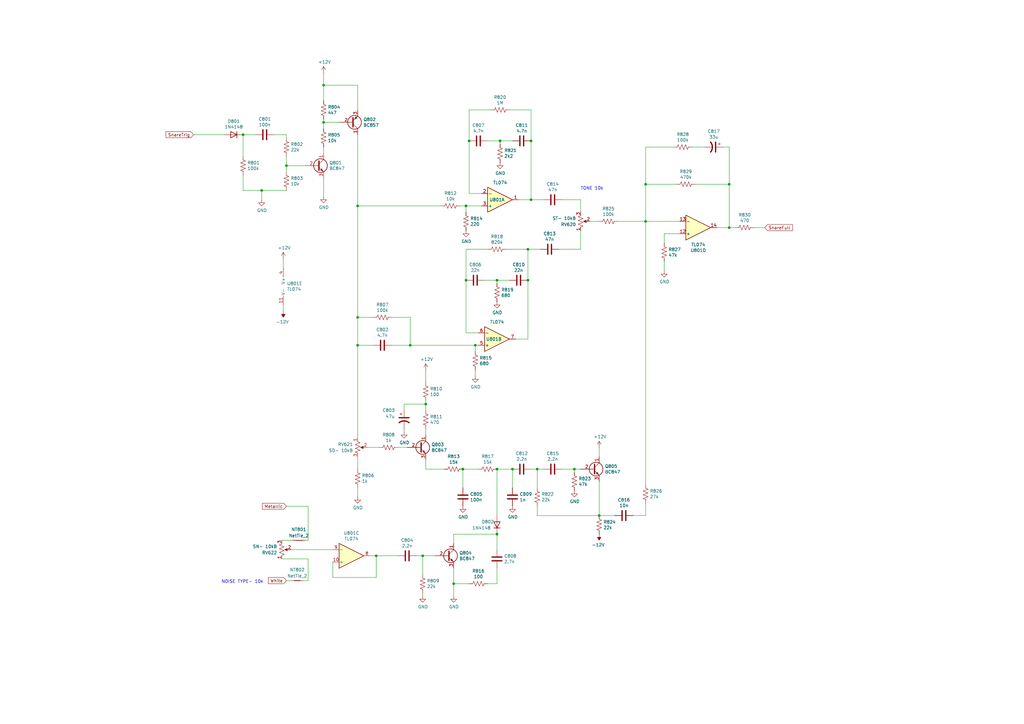
<source format=kicad_sch>
(kicad_sch (version 20230121) (generator eeschema)
  (paper "A3")
  (title_block (rev "1"))
  (lib_symbols
    (symbol "Amplifier_Operational:TL074" (pin_names (offset 0.127))
      (property "Reference" "U" (at 0 5.08 0))
      (property "Value" "TL074" (at 0 -5.08 0))
      (symbol "TL074_1_1"
        (polyline (pts (xy -5.08 5.08) (xy 5.08 0) (xy -5.08 -5.08) (xy -5.08 5.08)) (stroke (width 0.254)) (fill (type background)))
        (pin output line (at 7.62 0 180) (length 2.54) (name "~") (number "1"))
        (pin input line (at -7.62 -2.54 0) (length 2.54) (name "-") (number "2"))
        (pin input line (at -7.62 2.54 0) (length 2.54) (name "+") (number "3"))
      )
      (symbol "TL074_2_1"
        (polyline (pts (xy -5.08 5.08) (xy 5.08 0) (xy -5.08 -5.08) (xy -5.08 5.08)) (stroke (width 0.254)) (fill (type background)))
        (pin input line (at -7.62 2.54 0) (length 2.54) (name "+") (number "5"))
        (pin input line (at -7.62 -2.54 0) (length 2.54) (name "-") (number "6"))
        (pin output line (at 7.62 0 180) (length 2.54) (name "~") (number "7"))
      )
      (symbol "TL074_3_1"
        (polyline (pts (xy -5.08 5.08) (xy 5.08 0) (xy -5.08 -5.08) (xy -5.08 5.08)) (stroke (width 0.254)) (fill (type background)))
        (pin input line (at -7.62 2.54 0) (length 2.54) (name "+") (number "10"))
        (pin output line (at 7.62 0 180) (length 2.54) (name "~") (number "8"))
        (pin input line (at -7.62 -2.54 0) (length 2.54) (name "-") (number "9"))
      )
      (symbol "TL074_4_1"
        (polyline (pts (xy -5.08 5.08) (xy 5.08 0) (xy -5.08 -5.08) (xy -5.08 5.08)) (stroke (width 0.254)) (fill (type background)))
        (pin input line (at -7.62 2.54 0) (length 2.54) (name "+") (number "12"))
        (pin input line (at -7.62 -2.54 0) (length 2.54) (name "-") (number "13"))
        (pin output line (at 7.62 0 180) (length 2.54) (name "~") (number "14"))
      )
      (symbol "TL074_5_1"
        (pin power_in line (at -2.54 -7.62 90) (length 3.81) (name "V-") (number "11"))
        (pin power_in line (at -2.54 7.62 270) (length 3.81) (name "V+") (number "4"))
      )
    )
    (symbol "Device:C" (pin_numbers hide) (pin_names (offset 0.254))
      (property "Reference" "C" (at 0.635 2.54 0))
      (property "Value" "C" (at 0.635 -2.54 0))
      (symbol "C_0_1"
        (polyline (pts (xy -2.032 -0.762) (xy 2.032 -0.762)) (stroke (width 0.508)))
        (polyline (pts (xy -2.032 0.762) (xy 2.032 0.762)) (stroke (width 0.508)))
      )
      (symbol "C_1_1"
        (pin passive line (at 0 3.81 270) (length 2.794) (name "~") (number "1"))
        (pin passive line (at 0 -3.81 90) (length 2.794) (name "~") (number "2"))
      )
    )
    (symbol "Device:C_Polarized_US" (pin_numbers hide) (pin_names (offset 0.254) hide)
      (property "Reference" "C" (at 0.635 2.54 0))
      (property "Value" "C_Polarized_US" (at 0.635 -2.54 0))
      (symbol "C_Polarized_US_0_1"
        (polyline (pts (xy -2.032 0.762) (xy 2.032 0.762)) (stroke (width 0.508)))
        (polyline (pts (xy -1.778 2.286) (xy -0.762 2.286)))
        (polyline (pts (xy -1.27 1.778) (xy -1.27 2.794)))
        (arc (start 2.032 -1.27) (mid 0 -0.5572) (end -2.032 -1.27) (stroke (width 0.508)))
      )
      (symbol "C_Polarized_US_1_1"
        (pin passive line (at 0 3.81 270) (length 2.794) (name "~") (number "1"))
        (pin passive line (at 0 -3.81 90) (length 3.302) (name "~") (number "2"))
      )
    )
    (symbol "Device:NetTie_2" (pin_numbers hide) (pin_names (offset 0) hide) (in_bom no)
      (property "Reference" "NT" (at 0 1.27 0))
      (property "Value" "NetTie_2" (at 0 -1.27 0))
      (symbol "NetTie_2_0_1"
        (polyline (pts (xy -1.27 0) (xy 1.27 0)) (stroke (width 0.254)))
      )
      (symbol "NetTie_2_1_1"
        (pin passive line (at -2.54 0 0) (length 2.54) (name "1") (number "1"))
        (pin passive line (at 2.54 0 180) (length 2.54) (name "2") (number "2"))
      )
    )
    (symbol "Device:R_Potentiometer_US" (pin_names (offset 1.016) hide)
      (property "Reference" "RV" (at -4.445 0 90))
      (property "Value" "R_Potentiometer_US" (at -2.54 0 90))
      (symbol "R_Potentiometer_US_0_1"
        (polyline (pts (xy 0 -2.286) (xy 0 -2.54)))
        (polyline (pts (xy 0 2.54) (xy 0 2.286)))
        (polyline (pts (xy 2.54 0) (xy 1.524 0)))
        (polyline (pts (xy 1.143 0) (xy 2.286 0.508) (xy 2.286 -0.508) (xy 1.143 0)) (fill (type outline)))
        (polyline (pts (xy 0 -0.762) (xy 1.016 -1.143) (xy 0 -1.524) (xy -1.016 -1.905) (xy 0 -2.286)))
        (polyline (pts (xy 0 0.762) (xy 1.016 0.381) (xy 0 0) (xy -1.016 -0.381) (xy 0 -0.762)))
        (polyline (pts (xy 0 2.286) (xy 1.016 1.905) (xy 0 1.524) (xy -1.016 1.143) (xy 0 0.762)))
      )
      (symbol "R_Potentiometer_US_1_1"
        (pin passive line (at 0 3.81 270) (length 1.27) (name "1") (number "1"))
        (pin passive line (at 3.81 0 180) (length 1.27) (name "2") (number "2"))
        (pin passive line (at 0 -3.81 90) (length 1.27) (name "3") (number "3"))
      )
    )
    (symbol "Device:R_US" (pin_numbers hide) (pin_names (offset 0))
      (property "Reference" "R" (at 2.54 0 90))
      (property "Value" "R_US" (at -2.54 0 90))
      (symbol "R_US_0_1"
        (polyline (pts (xy 0 -2.286) (xy 0 -2.54)))
        (polyline (pts (xy 0 2.286) (xy 0 2.54)))
        (polyline (pts (xy 0 -0.762) (xy 1.016 -1.143) (xy 0 -1.524) (xy -1.016 -1.905) (xy 0 -2.286)))
        (polyline (pts (xy 0 0.762) (xy 1.016 0.381) (xy 0 0) (xy -1.016 -0.381) (xy 0 -0.762)))
        (polyline (pts (xy 0 2.286) (xy 1.016 1.905) (xy 0 1.524) (xy -1.016 1.143) (xy 0 0.762)))
      )
      (symbol "R_US_1_1"
        (pin passive line (at 0 3.81 270) (length 1.27) (name "~") (number "1"))
        (pin passive line (at 0 -3.81 90) (length 1.27) (name "~") (number "2"))
      )
    )
    (symbol "Diode:1N4148" (pin_numbers hide) (pin_names hide)
      (property "Reference" "D" (at 0 2.54 0))
      (property "Value" "1N4148" (at 0 -2.54 0))
      (symbol "1N4148_0_1"
        (polyline (pts (xy -1.27 1.27) (xy -1.27 -1.27)) (stroke (width 0.254)))
        (polyline (pts (xy 1.27 0) (xy -1.27 0)))
        (polyline (pts (xy 1.27 1.27) (xy 1.27 -1.27) (xy -1.27 0) (xy 1.27 1.27)) (stroke (width 0.254)))
      )
      (symbol "1N4148_1_1"
        (pin passive line (at -3.81 0 0) (length 2.54) (name "K") (number "1"))
        (pin passive line (at 3.81 0 180) (length 2.54) (name "A") (number "2"))
      )
    )
    (symbol "Transistor_BJT:BC547" (pin_names (offset 0) hide)
      (property "Reference" "Q" (at 5.08 1.905 0))
      (property "Value" "BC547" (at 5.08 0 0))
      (symbol "BC547_0_1"
        (polyline (pts (xy 0 0) (xy 0.635 0)))
        (polyline (pts (xy 0.635 0.635) (xy 2.54 2.54)))
        (polyline (pts (xy 0.635 -0.635) (xy 2.54 -2.54) (xy 2.54 -2.54)))
        (polyline (pts (xy 0.635 1.905) (xy 0.635 -1.905) (xy 0.635 -1.905)) (stroke (width 0.508)))
        (polyline (pts (xy 1.27 -1.778) (xy 1.778 -1.27) (xy 2.286 -2.286) (xy 1.27 -1.778) (xy 1.27 -1.778)) (fill (type outline)))
        (circle (center 1.27 0) (radius 2.8194) (stroke (width 0.254)))
      )
      (symbol "BC547_1_1"
        (pin passive line (at 2.54 5.08 270) (length 2.54) (name "C") (number "1"))
        (pin input line (at -5.08 0 0) (length 5.08) (name "B") (number "2"))
        (pin passive line (at 2.54 -5.08 90) (length 2.54) (name "E") (number "3"))
      )
    )
    (symbol "Transistor_BJT:BC557" (pin_names (offset 0) hide)
      (property "Reference" "Q" (at 5.08 1.905 0))
      (property "Value" "BC557" (at 5.08 0 0))
      (symbol "BC557_0_1"
        (polyline (pts (xy 0.635 0.635) (xy 2.54 2.54)))
        (polyline (pts (xy 0.635 -0.635) (xy 2.54 -2.54) (xy 2.54 -2.54)))
        (polyline (pts (xy 0.635 1.905) (xy 0.635 -1.905) (xy 0.635 -1.905)) (stroke (width 0.508)))
        (polyline (pts (xy 2.286 -1.778) (xy 1.778 -2.286) (xy 1.27 -1.27) (xy 2.286 -1.778) (xy 2.286 -1.778)) (fill (type outline)))
        (circle (center 1.27 0) (radius 2.8194) (stroke (width 0.254)))
      )
      (symbol "BC557_1_1"
        (pin passive line (at 2.54 5.08 270) (length 2.54) (name "C") (number "1"))
        (pin input line (at -5.08 0 0) (length 5.715) (name "B") (number "2"))
        (pin passive line (at 2.54 -5.08 90) (length 2.54) (name "E") (number "3"))
      )
    )
    (symbol "power:+12V" (power) (pin_names (offset 0))
      (property "Value" "+12V" (at 0 3.556 0))
      (symbol "+12V_0_1"
        (polyline (pts (xy -0.762 1.27) (xy 0 2.54)))
        (polyline (pts (xy 0 0) (xy 0 2.54)))
        (polyline (pts (xy 0 2.54) (xy 0.762 1.27)))
      )
      (symbol "+12V_1_1"
        (pin power_in line (at 0 0 90) (length 0) hide (name "+12V") (number "1"))
      )
    )
    (symbol "power:-12V" (power) (pin_names (offset 0))
      (property "Value" "-12V" (at 0 3.81 0))
      (symbol "-12V_0_0"
        (pin power_in line (at 0 0 90) (length 0) hide (name "-12V") (number "1"))
      )
      (symbol "-12V_0_1"
        (polyline (pts (xy 0 0) (xy 0 1.27) (xy 0.762 1.27) (xy 0 2.54) (xy -0.762 1.27) (xy 0 1.27)) (fill (type outline)))
      )
    )
    (symbol "power:GND" (power) (pin_names (offset 0))
      (property "Value" "GND" (at 0 -3.81 0))
      (symbol "GND_0_1"
        (polyline (pts (xy 0 0) (xy 0 -1.27) (xy 1.27 -1.27) (xy 0 -2.54) (xy -1.27 -1.27) (xy 0 -1.27)))
      )
      (symbol "GND_1_1"
        (pin power_in line (at 0 0 270) (length 0) hide (name "GND") (number "1"))
      )
    )
  )
  (junction (at 203.835 114.935))
  (junction (at 217.805 57.785))
  (junction (at 107.315 78.105))
  (junction (at 192.405 57.785))
  (junction (at 132.715 50.165))
  (junction (at 217.805 81.915))
  (junction (at 117.475 67.945))
  (junction (at 220.345 192.405))
  (junction (at 191.135 114.935))
  (junction (at 173.355 227.965))
  (junction (at 191.135 84.455))
  (junction (at 146.685 141.605))
  (junction (at 203.835 219.075))
  (junction (at 245.745 211.455))
  (junction (at 203.835 192.405))
  (junction (at 146.685 84.455))
  (junction (at 189.865 192.405))
  (junction (at 299.085 93.345))
  (junction (at 205.105 57.785))
  (junction (at 216.535 102.235))
  (junction (at 146.685 130.175))
  (junction (at 299.085 75.565))
  (junction (at 194.945 141.605))
  (junction (at 99.695 55.245))
  (junction (at 264.795 75.565))
  (junction (at 235.585 192.405))
  (junction (at 168.275 141.605))
  (junction (at 154.305 227.965))
  (junction (at 264.795 90.805))
  (junction (at 174.625 165.735))
  (junction (at 216.535 114.935))
  (junction (at 186.055 239.395))
  (junction (at 210.185 192.405))
  (junction (at 132.715 34.925))
  (wire (pts (xy 154.305 227.965) (xy 163.195 227.965)))
  (wire (pts (xy 191.135 86.995) (xy 191.135 84.455)))
  (wire (pts (xy 117.475 238.125) (xy 119.38 238.125)))
  (wire (pts (xy 125.095 221.615) (xy 126.365 221.615)))
  (wire (pts (xy 79.375 55.245) (xy 92.075 55.245)))
  (wire (pts (xy 174.625 178.435) (xy 174.625 175.895)))
  (wire (pts (xy 165.735 165.735) (xy 174.625 165.735)))
  (wire (pts (xy 264.795 198.755) (xy 264.795 90.805)))
  (wire (pts (xy 126.365 229.235) (xy 126.365 238.125)))
  (wire (pts (xy 117.475 207.645) (xy 126.365 207.645)))
  (wire (pts (xy 153.035 130.175) (xy 146.685 130.175)))
  (wire (pts (xy 136.525 236.855) (xy 154.305 236.855)))
  (wire (pts (xy 205.105 57.785) (xy 210.185 57.785)))
  (wire (pts (xy 150.495 183.515) (xy 155.575 183.515)))
  (wire (pts (xy 189.865 200.025) (xy 189.865 192.405)))
  (wire (pts (xy 146.685 203.835) (xy 146.685 200.025)))
  (wire (pts (xy 119.38 225.425) (xy 136.525 225.425)))
  (wire (pts (xy 191.135 84.455) (xy 197.485 84.455)))
  (wire (pts (xy 217.805 192.405) (xy 220.345 192.405)))
  (wire (pts (xy 165.735 168.275) (xy 165.735 165.735)))
  (wire (pts (xy 200.025 239.395) (xy 203.835 239.395)))
  (wire (pts (xy 200.025 57.785) (xy 205.105 57.785)))
  (wire (pts (xy 194.945 141.605) (xy 168.275 141.605)))
  (wire (pts (xy 132.715 80.645) (xy 132.715 73.025)))
  (wire (pts (xy 238.125 94.615) (xy 238.125 102.235)))
  (wire (pts (xy 245.745 211.455) (xy 245.745 197.485)))
  (wire (pts (xy 191.135 114.935) (xy 191.135 102.235)))
  (wire (pts (xy 115.57 221.615) (xy 120.015 221.615)))
  (wire (pts (xy 299.085 75.565) (xy 299.085 60.325)))
  (wire (pts (xy 212.725 81.915) (xy 217.805 81.915)))
  (wire (pts (xy 203.835 116.205) (xy 203.835 114.935)))
  (wire (pts (xy 132.715 29.845) (xy 132.715 34.925)))
  (wire (pts (xy 186.055 244.475) (xy 186.055 239.395)))
  (wire (pts (xy 173.355 244.475) (xy 173.355 243.205)))
  (wire (pts (xy 309.245 93.345) (xy 313.69 93.345)))
  (wire (pts (xy 207.645 102.235) (xy 216.535 102.235)))
  (wire (pts (xy 235.585 192.405) (xy 230.505 192.405)))
  (wire (pts (xy 220.345 207.645) (xy 220.345 211.455)))
  (wire (pts (xy 132.715 34.925) (xy 132.715 41.275)))
  (wire (pts (xy 294.005 93.345) (xy 299.085 93.345)))
  (wire (pts (xy 235.585 193.675) (xy 235.585 192.405)))
  (wire (pts (xy 272.415 95.885) (xy 278.765 95.885)))
  (wire (pts (xy 299.085 60.325) (xy 296.545 60.325)))
  (wire (pts (xy 116.205 127.635) (xy 116.205 125.095)))
  (wire (pts (xy 126.365 207.645) (xy 126.365 221.615)))
  (wire (pts (xy 272.415 111.125) (xy 272.415 107.315)))
  (wire (pts (xy 186.055 233.045) (xy 186.055 239.395)))
  (wire (pts (xy 191.135 102.235) (xy 200.025 102.235)))
  (wire (pts (xy 107.315 81.915) (xy 107.315 78.105)))
  (wire (pts (xy 277.495 75.565) (xy 264.795 75.565)))
  (wire (pts (xy 182.245 192.405) (xy 174.625 192.405)))
  (wire (pts (xy 107.315 78.105) (xy 99.695 78.105)))
  (wire (pts (xy 217.805 45.085) (xy 217.805 57.785)))
  (wire (pts (xy 205.105 59.055) (xy 205.105 57.785)))
  (wire (pts (xy 192.405 57.785) (xy 192.405 45.085)))
  (wire (pts (xy 115.57 229.235) (xy 126.365 229.235)))
  (wire (pts (xy 272.415 99.695) (xy 272.415 95.885)))
  (wire (pts (xy 238.125 81.915) (xy 238.125 86.995)))
  (wire (pts (xy 99.695 64.135) (xy 99.695 55.245)))
  (wire (pts (xy 112.395 55.245) (xy 117.475 55.245)))
  (wire (pts (xy 245.745 183.515) (xy 245.745 187.325)))
  (wire (pts (xy 216.535 102.235) (xy 216.535 114.935)))
  (wire (pts (xy 189.865 192.405) (xy 196.215 192.405)))
  (wire (pts (xy 264.795 211.455) (xy 264.795 206.375)))
  (wire (pts (xy 139.065 50.165) (xy 132.715 50.165)))
  (wire (pts (xy 264.795 60.325) (xy 276.225 60.325)))
  (wire (pts (xy 146.685 84.455) (xy 180.975 84.455)))
  (wire (pts (xy 165.735 177.165) (xy 165.735 175.895)))
  (wire (pts (xy 203.835 114.935) (xy 208.915 114.935)))
  (wire (pts (xy 210.185 200.025) (xy 210.185 192.405)))
  (wire (pts (xy 299.085 93.345) (xy 299.085 75.565)))
  (wire (pts (xy 126.365 238.125) (xy 124.46 238.125)))
  (wire (pts (xy 117.475 55.245) (xy 117.475 56.515)))
  (wire (pts (xy 208.915 45.085) (xy 217.805 45.085)))
  (wire (pts (xy 104.775 55.245) (xy 99.695 55.245)))
  (wire (pts (xy 186.055 219.075) (xy 203.835 219.075)))
  (wire (pts (xy 151.765 227.965) (xy 154.305 227.965)))
  (wire (pts (xy 220.345 192.405) (xy 222.885 192.405)))
  (wire (pts (xy 194.945 154.305) (xy 194.945 151.765)))
  (wire (pts (xy 241.935 90.805) (xy 245.745 90.805)))
  (wire (pts (xy 146.685 141.605) (xy 146.685 130.175)))
  (wire (pts (xy 146.685 55.245) (xy 146.685 84.455)))
  (wire (pts (xy 203.835 225.425) (xy 203.835 219.075)))
  (wire (pts (xy 192.405 79.375) (xy 197.485 79.375)))
  (wire (pts (xy 194.945 144.145) (xy 194.945 141.605)))
  (wire (pts (xy 174.625 192.405) (xy 174.625 188.595)))
  (wire (pts (xy 136.525 230.505) (xy 136.525 236.855)))
  (wire (pts (xy 163.195 183.515) (xy 167.005 183.515)))
  (wire (pts (xy 146.685 130.175) (xy 146.685 84.455)))
  (wire (pts (xy 230.505 81.915) (xy 238.125 81.915)))
  (wire (pts (xy 132.715 48.895) (xy 132.715 50.165)))
  (wire (pts (xy 168.275 141.605) (xy 160.655 141.605)))
  (wire (pts (xy 278.765 90.805) (xy 264.795 90.805)))
  (wire (pts (xy 191.135 136.525) (xy 196.215 136.525)))
  (wire (pts (xy 264.795 90.805) (xy 264.795 75.565)))
  (wire (pts (xy 153.035 141.605) (xy 146.685 141.605)))
  (wire (pts (xy 188.595 84.455) (xy 191.135 84.455)))
  (wire (pts (xy 146.685 45.085) (xy 146.685 34.925)))
  (wire (pts (xy 132.715 60.325) (xy 132.715 62.865)))
  (wire (pts (xy 173.355 227.965) (xy 178.435 227.965)))
  (wire (pts (xy 146.685 34.925) (xy 132.715 34.925)))
  (wire (pts (xy 174.625 165.735) (xy 174.625 168.275)))
  (wire (pts (xy 192.405 45.085) (xy 201.295 45.085)))
  (wire (pts (xy 203.835 192.405) (xy 210.185 192.405)))
  (wire (pts (xy 146.685 179.705) (xy 146.685 141.605)))
  (wire (pts (xy 154.305 236.855) (xy 154.305 227.965)))
  (wire (pts (xy 288.925 60.325) (xy 283.845 60.325)))
  (wire (pts (xy 117.475 78.105) (xy 107.315 78.105)))
  (wire (pts (xy 220.345 200.025) (xy 220.345 192.405)))
  (wire (pts (xy 116.205 106.045) (xy 116.205 109.855)))
  (wire (pts (xy 198.755 114.935) (xy 203.835 114.935)))
  (wire (pts (xy 117.475 70.485) (xy 117.475 67.945)))
  (wire (pts (xy 192.405 57.785) (xy 192.405 79.375)))
  (wire (pts (xy 252.095 211.455) (xy 245.745 211.455)))
  (wire (pts (xy 222.885 81.915) (xy 217.805 81.915)))
  (wire (pts (xy 285.115 75.565) (xy 299.085 75.565)))
  (wire (pts (xy 125.095 67.945) (xy 117.475 67.945)))
  (wire (pts (xy 170.815 227.965) (xy 173.355 227.965)))
  (wire (pts (xy 238.125 192.405) (xy 235.585 192.405)))
  (wire (pts (xy 174.625 151.765) (xy 174.625 156.845)))
  (wire (pts (xy 221.615 102.235) (xy 216.535 102.235)))
  (wire (pts (xy 229.235 102.235) (xy 238.125 102.235)))
  (wire (pts (xy 146.685 192.405) (xy 146.685 187.325)))
  (wire (pts (xy 299.085 93.345) (xy 301.625 93.345)))
  (wire (pts (xy 173.355 235.585) (xy 173.355 227.965)))
  (wire (pts (xy 217.805 81.915) (xy 217.805 57.785)))
  (wire (pts (xy 203.835 233.045) (xy 203.835 239.395)))
  (wire (pts (xy 174.625 164.465) (xy 174.625 165.735)))
  (wire (pts (xy 211.455 139.065) (xy 216.535 139.065)))
  (wire (pts (xy 160.655 130.175) (xy 168.275 130.175)))
  (wire (pts (xy 259.715 211.455) (xy 264.795 211.455)))
  (wire (pts (xy 191.135 114.935) (xy 191.135 136.525)))
  (wire (pts (xy 264.795 90.805) (xy 253.365 90.805)))
  (wire (pts (xy 99.695 78.105) (xy 99.695 71.755)))
  (wire (pts (xy 168.275 130.175) (xy 168.275 141.605)))
  (wire (pts (xy 216.535 139.065) (xy 216.535 114.935)))
  (wire (pts (xy 117.475 67.945) (xy 117.475 64.135)))
  (wire (pts (xy 220.345 211.455) (xy 245.745 211.455)))
  (wire (pts (xy 203.835 211.455) (xy 203.835 192.405)))
  (wire (pts (xy 264.795 75.565) (xy 264.795 60.325)))
  (wire (pts (xy 192.405 239.395) (xy 186.055 239.395)))
  (wire (pts (xy 196.215 141.605) (xy 194.945 141.605)))
  (wire (pts (xy 132.715 50.165) (xy 132.715 52.705)))
  (wire (pts (xy 186.055 222.885) (xy 186.055 219.075)))
  (text "NOISE TYPE- 10k" (at 90.805 239.395 0) (effects (font (size 1.27 1.27)) (justify left bottom)))
  (text "TONE 10k" (at 238.125 78.105 0) (effects (font (size 1.27 1.27)) (justify left bottom)))
  (global_label "SnareFull" (shape input) (at 313.69 93.345 0) (property "Intersheetrefs" "${INTERSHEET_REFS}" (effects hide)))
  (global_label "White" (shape input) (at 117.475 238.125 180) (property "Intersheetrefs" "${INTERSHEET_REFS}" (effects hide)))
  (global_label "SnareTrig" (shape input) (at 79.375 55.245 180) (property "Intersheetrefs" "${INTERSHEET_REFS}" (effects hide)))
  (global_label "Metallic" (shape input) (at 117.475 207.645 180) (property "Intersheetrefs" "${INTERSHEET_REFS}" (effects hide)))
  (symbol (lib_id "Device:R_US") (at 99.695 67.945 0) (unit 1)
    (property "Reference" "R801" (at 101.4222 66.7766 0) (effects (justify left)))
    (property "Value" "100k" (at 101.4222 69.088 0) (effects (justify left)))
    (property "Footprint" "PCM_Resistor_SMD_AKL:R_0805_2012Metric" (effects hide))
    (instances (project "ESP808_mk3_rev2" (path "" (reference "R801") (unit 1))) (project "ESP808" (path "" (reference "R301") (unit 1))) (project "Snare" (path "" (reference "R301") (unit 1))))
  )
  (symbol (lib_id "power:GND") (at 210.185 207.645 0) (unit 1)
    (property "Reference" "#PWR0816" (effects hide))
    (property "Value" "GND" (at 210.312 212.0392 0))
    (instances (project "ESP808_mk3_rev2" (path "" (reference "#PWR0816") (unit 1))) (project "ESP808" (path "" (reference "#PWR0316") (unit 1))) (project "Snare" (path "" (reference "#PWR0316") (unit 1))))
  )
  (symbol (lib_id "Device:R_US") (at 186.055 192.405 270) (unit 1)
    (property "Reference" "R813" (at 186.055 187.198 90))
    (property "Value" "15k" (at 186.055 189.5094 90))
    (property "Footprint" "PCM_Resistor_SMD_AKL:R_0805_2012Metric" (effects hide))
    (instances (project "ESP808_mk3_rev2" (path "" (reference "R813") (unit 1))) (project "ESP808" (path "" (reference "R313") (unit 1))) (project "Snare" (path "" (reference "R313") (unit 1))))
  )
  (symbol (lib_id "power:+12V") (at 174.625 151.765 0) (unit 1)
    (property "Reference" "#PWR0809" (effects hide))
    (property "Value" "+12V" (at 175.006 147.3708 0))
    (instances (project "ESP808_mk3_rev2" (path "" (reference "#PWR0809") (unit 1))) (project "ESP808" (path "" (reference "#PWR0309") (unit 1))) (project "Snare" (path "" (reference "#PWR0309") (unit 1))))
  )
  (symbol (lib_id "Device:C") (at 189.865 203.835 180) (unit 1)
    (property "Reference" "C805" (at 192.786 202.6666 0) (effects (justify right)))
    (property "Value" "100n" (at 192.786 204.978 0) (effects (justify right)))
    (property "Footprint" "Capacitor_SMD:C_0805_2012Metric" (effects hide))
    (instances (project "ESP808_mk3_rev2" (path "" (reference "C805") (unit 1))) (project "ESP808" (path "" (reference "C305") (unit 1))) (project "Snare" (path "" (reference "C305") (unit 1))))
  )
  (symbol (lib_id "Transistor_BJT:BC547") (at 172.085 183.515 0) (unit 1)
    (property "Reference" "Q803" (at 176.9364 182.3466 0) (effects (justify left)))
    (property "Value" "BC847" (at 176.9364 184.658 0) (effects (justify left)))
    (property "Footprint" "PCM_4ms_Package_SOT:SOT-23" (effects hide))
    (property "Datasheet" "https://www.onsemi.com/pub/Collateral/BC550-D.pdf" (effects hide))
    (instances (project "ESP808_mk3_rev2" (path "" (reference "Q803") (unit 1))) (project "ESP808" (path "" (reference "Q303") (unit 1))) (project "Snare" (path "" (reference "Q303") (unit 1))))
  )
  (symbol (lib_id "Device:C") (at 108.585 55.245 270) (unit 1)
    (property "Reference" "C801" (at 108.585 48.8442 90))
    (property "Value" "100n" (at 108.585 51.1556 90))
    (property "Footprint" "Capacitor_SMD:C_0805_2012Metric" (effects hide))
    (instances (project "ESP808_mk3_rev2" (path "" (reference "C801") (unit 1))) (project "ESP808" (path "" (reference "C301") (unit 1))) (project "Snare" (path "" (reference "C301") (unit 1))))
  )
  (symbol (lib_id "Device:R_Potentiometer_US") (at 238.125 90.805 0) (mirror x) (unit 1)
    (property "Reference" "RV620" (at 236.22 92.075 0) (effects (justify right)))
    (property "Value" "ST- 10kB" (at 236.22 89.535 0) (effects (justify right)))
    (property "Footprint" "PCM_Potentiometer_THT_AKL:Potentiometer_Alpha_RD901F-40-00D_Single_Vertical" (effects hide))
    (instances (project "ESP808_mk3_rev2" (path "" (reference "RV620") (unit 1)) (path "" (reference "RV803") (unit 1))) (project "Mixer" (path "" (reference "RV620") (unit 1))))
  )
  (symbol (lib_id "power:GND") (at 165.735 177.165 0) (unit 1)
    (property "Reference" "#PWR0807" (effects hide))
    (property "Value" "GND" (at 165.862 181.5592 0))
    (instances (project "ESP808_mk3_rev2" (path "" (reference "#PWR0807") (unit 1))) (project "ESP808" (path "" (reference "#PWR0307") (unit 1))) (project "Snare" (path "" (reference "#PWR0307") (unit 1))))
  )
  (symbol (lib_id "Device:C") (at 194.945 114.935 270) (unit 1)
    (property "Reference" "C806" (at 194.945 108.5342 90))
    (property "Value" "22n" (at 194.945 110.8456 90))
    (property "Footprint" "Capacitor_SMD:C_0805_2012Metric" (effects hide))
    (instances (project "ESP808_mk3_rev2" (path "" (reference "C806") (unit 1))) (project "ESP808" (path "" (reference "C306") (unit 1))) (project "Snare" (path "" (reference "C306") (unit 1))))
  )
  (symbol (lib_id "Device:R_US") (at 203.835 102.235 270) (unit 1)
    (property "Reference" "R818" (at 203.835 97.028 90))
    (property "Value" "820k" (at 203.835 99.3394 90))
    (property "Footprint" "PCM_Resistor_SMD_AKL:R_0805_2012Metric" (effects hide))
    (instances (project "ESP808_mk3_rev2" (path "" (reference "R818") (unit 1))) (project "ESP808" (path "" (reference "R318") (unit 1))) (project "Snare" (path "" (reference "R318") (unit 1))))
  )
  (symbol (lib_id "Device:NetTie_2") (at 121.92 238.125 0) (unit 1) (in_bom no)
    (property "Reference" "NT802" (at 121.92 233.68 0))
    (property "Value" "NetTie_2" (at 121.92 236.22 0))
    (property "Footprint" "NetTie:NetTie-2_SMD_Pad0.5mm" (effects hide))
  )
  (symbol (lib_id "power:GND") (at 194.945 154.305 0) (unit 1)
    (property "Reference" "#PWR0813" (effects hide))
    (property "Value" "GND" (at 195.072 158.6992 0))
    (instances (project "ESP808_mk3_rev2" (path "" (reference "#PWR0813") (unit 1))) (project "ESP808" (path "" (reference "#PWR0313") (unit 1))) (project "Snare" (path "" (reference "#PWR0313") (unit 1))))
  )
  (symbol (lib_id "Amplifier_Operational:TL074") (at 203.835 139.065 0) (mirror x) (unit 2)
    (property "Reference" "U801" (at 202.565 139.065 0))
    (property "Value" "TL074" (at 203.835 132.0546 0))
    (property "Footprint" "PCM_Package_SO_AKL:SOIC-14_3.9x8.7mm_P1.27mm" (effects hide))
    (property "Datasheet" "http://www.ti.com/lit/ds/symlink/tl071.pdf" (effects hide))
    (instances (project "ESP808_mk3_rev2" (path "" (reference "U801") (unit 2))) (project "ESP808" (path "" (reference "U301") (unit 2))) (project "Snare" (path "" (reference "U301") (unit 2))))
  )
  (symbol (lib_id "Device:R_US") (at 280.035 60.325 270) (unit 1)
    (property "Reference" "R828" (at 280.035 55.118 90))
    (property "Value" "100k" (at 280.035 57.4294 90))
    (property "Footprint" "PCM_Resistor_SMD_AKL:R_0805_2012Metric" (effects hide))
    (instances (project "ESP808_mk3_rev2" (path "" (reference "R828") (unit 1))) (project "ESP808" (path "" (reference "R328") (unit 1))) (project "Snare" (path "" (reference "R328") (unit 1))))
  )
  (symbol (lib_id "Device:C") (at 210.185 203.835 180) (unit 1)
    (property "Reference" "C809" (at 213.106 202.6666 0) (effects (justify right)))
    (property "Value" "1n" (at 213.106 204.978 0) (effects (justify right)))
    (property "Footprint" "Capacitor_SMD:C_0805_2012Metric" (effects hide))
    (instances (project "ESP808_mk3_rev2" (path "" (reference "C809") (unit 1))) (project "ESP808" (path "" (reference "C309") (unit 1))) (project "Snare" (path "" (reference "C309") (unit 1))))
  )
  (symbol (lib_id "power:+12V") (at 116.205 106.045 0) (unit 1)
    (property "Reference" "#PWR0802" (effects hide))
    (property "Value" "+12V" (at 116.586 101.6508 0))
    (instances (project "ESP808_mk3_rev2" (path "" (reference "#PWR0802") (unit 1))) (project "ESP808" (path "" (reference "#PWR0302") (unit 1))) (project "Snare" (path "" (reference "#PWR0302") (unit 1))))
  )
  (symbol (lib_id "Device:R_US") (at 117.475 60.325 0) (unit 1)
    (property "Reference" "R802" (at 119.2022 59.1566 0) (effects (justify left)))
    (property "Value" "22k" (at 119.2022 61.468 0) (effects (justify left)))
    (property "Footprint" "PCM_Resistor_SMD_AKL:R_0805_2012Metric" (effects hide))
    (instances (project "ESP808_mk3_rev2" (path "" (reference "R802") (unit 1))) (project "ESP808" (path "" (reference "R302") (unit 1))) (project "Snare" (path "" (reference "R302") (unit 1))))
  )
  (symbol (lib_id "power:GND") (at 107.315 81.915 0) (unit 1)
    (property "Reference" "#PWR0801" (effects hide))
    (property "Value" "GND" (at 107.442 86.3092 0))
    (instances (project "ESP808_mk3_rev2" (path "" (reference "#PWR0801") (unit 1))) (project "ESP808" (path "" (reference "#PWR0301") (unit 1))) (project "Snare" (path "" (reference "#PWR0301") (unit 1))))
  )
  (symbol (lib_id "Device:R_US") (at 264.795 202.565 180) (unit 1)
    (property "Reference" "R826" (at 266.5222 201.3966 0) (effects (justify right)))
    (property "Value" "27k" (at 266.5222 203.708 0) (effects (justify right)))
    (property "Footprint" "PCM_Resistor_SMD_AKL:R_0805_2012Metric" (effects hide))
    (instances (project "ESP808_mk3_rev2" (path "" (reference "R826") (unit 1))) (project "ESP808" (path "" (reference "R326") (unit 1))) (project "Snare" (path "" (reference "R326") (unit 1))))
  )
  (symbol (lib_id "Device:R_Potentiometer_US") (at 115.57 225.425 0) (mirror x) (unit 1)
    (property "Reference" "RV622" (at 113.665 226.695 0) (effects (justify right)))
    (property "Value" "SN- 10kB" (at 113.665 224.155 0) (effects (justify right)))
    (property "Footprint" "PCM_Potentiometer_THT_AKL:Potentiometer_Alpha_RD901F-40-00D_Single_Vertical" (effects hide))
    (instances (project "ESP808_mk3_rev2" (path "" (reference "RV622") (unit 1)) (path "" (reference "RV802") (unit 1))) (project "Mixer" (path "" (reference "RV622") (unit 1))))
  )
  (symbol (lib_id "Amplifier_Operational:TL074") (at 205.105 81.915 0) (mirror x) (unit 1)
    (property "Reference" "U801" (at 203.835 81.915 0))
    (property "Value" "TL074" (at 205.105 74.9046 0))
    (property "Footprint" "PCM_Package_SO_AKL:SOIC-14_3.9x8.7mm_P1.27mm" (effects hide))
    (property "Datasheet" "http://www.ti.com/lit/ds/symlink/tl071.pdf" (effects hide))
    (instances (project "ESP808_mk3_rev2" (path "" (reference "U801") (unit 1))) (project "ESP808" (path "" (reference "U301") (unit 1))) (project "Snare" (path "" (reference "U301") (unit 1))))
  )
  (symbol (lib_id "Device:R_US") (at 156.845 130.175 270) (unit 1)
    (property "Reference" "R807" (at 156.845 124.968 90))
    (property "Value" "100k" (at 156.845 127.2794 90))
    (property "Footprint" "PCM_Resistor_SMD_AKL:R_0805_2012Metric" (effects hide))
    (instances (project "ESP808_mk3_rev2" (path "" (reference "R807") (unit 1))) (project "ESP808" (path "" (reference "R307") (unit 1))) (project "Snare" (path "" (reference "R307") (unit 1))))
  )
  (symbol (lib_id "Device:R_US") (at 196.215 239.395 270) (unit 1)
    (property "Reference" "R816" (at 196.215 234.188 90))
    (property "Value" "100" (at 196.215 236.4994 90))
    (property "Footprint" "PCM_Resistor_SMD_AKL:R_0805_2012Metric" (effects hide))
    (instances (project "ESP808_mk3_rev2" (path "" (reference "R816") (unit 1))) (project "ESP808" (path "" (reference "R316") (unit 1))) (project "Snare" (path "" (reference "R316") (unit 1))))
  )
  (symbol (lib_id "Device:R_US") (at 272.415 103.505 0) (unit 1)
    (property "Reference" "R827" (at 274.1422 102.3366 0) (effects (justify left)))
    (property "Value" "47k" (at 274.1422 104.648 0) (effects (justify left)))
    (property "Footprint" "PCM_Resistor_SMD_AKL:R_0805_2012Metric" (effects hide))
    (instances (project "ESP808_mk3_rev2" (path "" (reference "R827") (unit 1))) (project "ESP808" (path "" (reference "R327") (unit 1))) (project "Snare" (path "" (reference "R327") (unit 1))))
  )
  (symbol (lib_id "power:-12V") (at 245.745 219.075 180) (unit 1)
    (property "Reference" "#PWR0819" (effects hide))
    (property "Value" "-12V" (at 245.364 223.4692 0))
    (instances (project "ESP808_mk3_rev2" (path "" (reference "#PWR0819") (unit 1))) (project "ESP808" (path "" (reference "#PWR0319") (unit 1))) (project "Snare" (path "" (reference "#PWR0319") (unit 1))))
  )
  (symbol (lib_id "power:GND") (at 146.685 203.835 0) (unit 1)
    (property "Reference" "#PWR0806" (effects hide))
    (property "Value" "GND" (at 146.812 208.2292 0))
    (instances (project "ESP808_mk3_rev2" (path "" (reference "#PWR0806") (unit 1))) (project "ESP808" (path "" (reference "#PWR0306") (unit 1))) (project "Snare" (path "" (reference "#PWR0306") (unit 1))))
  )
  (symbol (lib_id "power:-12V") (at 116.205 127.635 180) (unit 1)
    (property "Reference" "#PWR0803" (effects hide))
    (property "Value" "-12V" (at 115.824 132.0292 0))
    (instances (project "ESP808_mk3_rev2" (path "" (reference "#PWR0803") (unit 1))) (project "ESP808" (path "" (reference "#PWR0303") (unit 1))) (project "Snare" (path "" (reference "#PWR0303") (unit 1))))
  )
  (symbol (lib_id "Device:C") (at 213.995 192.405 270) (unit 1)
    (property "Reference" "C812" (at 213.995 186.0042 90))
    (property "Value" "2.2n" (at 213.995 188.3156 90))
    (property "Footprint" "Capacitor_SMD:C_0805_2012Metric" (effects hide))
    (instances (project "ESP808_mk3_rev2" (path "" (reference "C812") (unit 1))) (project "ESP808" (path "" (reference "C312") (unit 1))) (project "Snare" (path "" (reference "C312") (unit 1))))
  )
  (symbol (lib_id "power:GND") (at 186.055 244.475 0) (unit 1)
    (property "Reference" "#PWR0810" (effects hide))
    (property "Value" "GND" (at 186.182 248.8692 0))
    (instances (project "ESP808_mk3_rev2" (path "" (reference "#PWR0810") (unit 1))) (project "ESP808" (path "" (reference "#PWR0310") (unit 1))) (project "Snare" (path "" (reference "#PWR0310") (unit 1))))
  )
  (symbol (lib_id "Device:C_Polarized_US") (at 292.735 60.325 270) (unit 1)
    (property "Reference" "C817" (at 292.735 53.848 90))
    (property "Value" "33u" (at 292.735 56.1594 90))
    (property "Footprint" "Capacitor_THT:CP_Radial_D5.0mm_P2.00mm" (effects hide))
    (instances (project "ESP808_mk3_rev2" (path "" (reference "C817") (unit 1))) (project "ESP808" (path "" (reference "C317") (unit 1))) (project "Snare" (path "" (reference "C317") (unit 1))))
  )
  (symbol (lib_id "power:GND") (at 272.415 111.125 0) (unit 1)
    (property "Reference" "#PWR0820" (effects hide))
    (property "Value" "GND" (at 272.542 115.5192 0))
    (instances (project "ESP808_mk3_rev2" (path "" (reference "#PWR0820") (unit 1))) (project "ESP808" (path "" (reference "#PWR0320") (unit 1))) (project "Snare" (path "" (reference "#PWR0320") (unit 1))))
  )
  (symbol (lib_id "Device:R_US") (at 191.135 90.805 180) (unit 1)
    (property "Reference" "R814" (at 192.8622 89.6366 0) (effects (justify right)))
    (property "Value" "220" (at 192.8622 91.948 0) (effects (justify right)))
    (property "Footprint" "PCM_Resistor_SMD_AKL:R_0805_2012Metric" (effects hide))
    (instances (project "ESP808_mk3_rev2" (path "" (reference "R814") (unit 1))) (project "ESP808" (path "" (reference "R314") (unit 1))) (project "Snare" (path "" (reference "R314") (unit 1))))
  )
  (symbol (lib_id "Device:R_US") (at 245.745 215.265 180) (unit 1)
    (property "Reference" "R824" (at 247.4722 214.0966 0) (effects (justify right)))
    (property "Value" "22k" (at 247.4722 216.408 0) (effects (justify right)))
    (property "Footprint" "PCM_Resistor_SMD_AKL:R_0805_2012Metric" (effects hide))
    (instances (project "ESP808_mk3_rev2" (path "" (reference "R824") (unit 1))) (project "ESP808" (path "" (reference "R324") (unit 1))) (project "Snare" (path "" (reference "R324") (unit 1))))
  )
  (symbol (lib_id "Device:C") (at 213.995 57.785 270) (unit 1)
    (property "Reference" "C811" (at 213.995 51.3842 90))
    (property "Value" "4.7n" (at 213.995 53.6956 90))
    (property "Footprint" "Capacitor_SMD:C_0805_2012Metric" (effects hide))
    (instances (project "ESP808_mk3_rev2" (path "" (reference "C811") (unit 1))) (project "ESP808" (path "" (reference "C311") (unit 1))) (project "Snare" (path "" (reference "C311") (unit 1))))
  )
  (symbol (lib_id "Device:C") (at 212.725 114.935 270) (unit 1)
    (property "Reference" "C810" (at 212.725 108.5342 90))
    (property "Value" "22n" (at 212.725 110.8456 90))
    (property "Footprint" "Capacitor_SMD:C_0805_2012Metric" (effects hide))
    (instances (project "ESP808_mk3_rev2" (path "" (reference "C810") (unit 1))) (project "ESP808" (path "" (reference "C310") (unit 1))) (project "Snare" (path "" (reference "C310") (unit 1))))
  )
  (symbol (lib_id "Device:C") (at 226.695 192.405 270) (unit 1)
    (property "Reference" "C815" (at 226.695 186.0042 90))
    (property "Value" "2.2n" (at 226.695 188.3156 90))
    (property "Footprint" "Capacitor_SMD:C_0805_2012Metric" (effects hide))
    (instances (project "ESP808_mk3_rev2" (path "" (reference "C815") (unit 1))) (project "ESP808" (path "" (reference "C315") (unit 1))) (project "Snare" (path "" (reference "C315") (unit 1))))
  )
  (symbol (lib_id "Device:R_US") (at 203.835 120.015 0) (unit 1)
    (property "Reference" "R819" (at 205.5622 118.8466 0) (effects (justify left)))
    (property "Value" "680" (at 205.5622 121.158 0) (effects (justify left)))
    (property "Footprint" "PCM_Resistor_SMD_AKL:R_0805_2012Metric" (effects hide))
    (instances (project "ESP808_mk3_rev2" (path "" (reference "R819") (unit 1))) (project "ESP808" (path "" (reference "R319") (unit 1))) (project "Snare" (path "" (reference "R319") (unit 1))))
  )
  (symbol (lib_id "Device:R_US") (at 174.625 160.655 0) (unit 1)
    (property "Reference" "R810" (at 176.3522 159.4866 0) (effects (justify left)))
    (property "Value" "100" (at 176.3522 161.798 0) (effects (justify left)))
    (property "Footprint" "PCM_Resistor_SMD_AKL:R_0805_2012Metric" (effects hide))
    (instances (project "ESP808_mk3_rev2" (path "" (reference "R810") (unit 1))) (project "ESP808" (path "" (reference "R310") (unit 1))) (project "Snare" (path "" (reference "R310") (unit 1))))
  )
  (symbol (lib_id "Device:C") (at 225.425 102.235 270) (unit 1)
    (property "Reference" "C813" (at 225.425 95.8342 90))
    (property "Value" "47n" (at 225.425 98.1456 90))
    (property "Footprint" "Capacitor_SMD:C_0805_2012Metric" (effects hide))
    (instances (project "ESP808_mk3_rev2" (path "" (reference "C813") (unit 1))) (project "ESP808" (path "" (reference "C313") (unit 1))) (project "Snare" (path "" (reference "C313") (unit 1))))
  )
  (symbol (lib_id "Amplifier_Operational:TL074") (at 286.385 93.345 0) (mirror x) (unit 4)
    (property "Reference" "U801" (at 286.385 102.6668 0))
    (property "Value" "TL074" (at 286.385 100.3554 0))
    (property "Footprint" "PCM_Package_SO_AKL:SOIC-14_3.9x8.7mm_P1.27mm" (effects hide))
    (property "Datasheet" "http://www.ti.com/lit/ds/symlink/tl071.pdf" (effects hide))
    (instances (project "ESP808_mk3_rev2" (path "" (reference "U801") (unit 4))) (project "ESP808" (path "" (reference "U301") (unit 4))) (project "Snare" (path "" (reference "U301") (unit 4))))
  )
  (symbol (lib_id "Transistor_BJT:BC557") (at 144.145 50.165 0) (mirror x) (unit 1)
    (property "Reference" "Q802" (at 148.9964 48.9966 0) (effects (justify left)))
    (property "Value" "BC857" (at 148.9964 51.308 0) (effects (justify left)))
    (property "Footprint" "PCM_4ms_Package_SOT:SOT-23" (effects hide))
    (property "Datasheet" "https://www.onsemi.com/pub/Collateral/BC556BTA-D.pdf" (effects hide))
    (instances (project "ESP808_mk3_rev2" (path "" (reference "Q802") (unit 1))) (project "ESP808" (path "" (reference "Q302") (unit 1))) (project "Snare" (path "" (reference "Q302") (unit 1))))
  )
  (symbol (lib_id "power:+12V") (at 245.745 183.515 0) (unit 1)
    (property "Reference" "#PWR0818" (effects hide))
    (property "Value" "+12V" (at 246.126 179.1208 0))
    (instances (project "ESP808_mk3_rev2" (path "" (reference "#PWR0818") (unit 1))) (project "ESP808" (path "" (reference "#PWR0318") (unit 1))) (project "Snare" (path "" (reference "#PWR0318") (unit 1))))
  )
  (symbol (lib_id "Device:R_US") (at 220.345 203.835 180) (unit 1)
    (property "Reference" "R822" (at 222.0722 202.6666 0) (effects (justify right)))
    (property "Value" "22k" (at 222.0722 204.978 0) (effects (justify right)))
    (property "Footprint" "PCM_Resistor_SMD_AKL:R_0805_2012Metric" (effects hide))
    (instances (project "ESP808_mk3_rev2" (path "" (reference "R822") (unit 1))) (project "ESP808" (path "" (reference "R322") (unit 1))) (project "Snare" (path "" (reference "R322") (unit 1))))
  )
  (symbol (lib_id "Diode:1N4148") (at 95.885 55.245 180) (unit 1)
    (property "Reference" "D801" (at 95.885 49.7332 0))
    (property "Value" "1N4148" (at 95.885 52.0446 0))
    (property "Footprint" "Diode_SMD:D_SOD-123" (effects hide))
    (property "Datasheet" "https://assets.nexperia.com/documents/data-sheet/1N4148_1N4448.pdf" (effects hide))
    (property "Sim.Device" "D" (effects hide))
    (property "Sim.Pins" "1=K 2=A" (effects hide))
    (instances (project "ESP808_mk3_rev2" (path "" (reference "D801") (unit 1))) (project "ESP808" (path "" (reference "D301") (unit 1))) (project "Snare" (path "" (reference "D301") (unit 1))))
  )
  (symbol (lib_id "power:GND") (at 173.355 244.475 0) (unit 1)
    (property "Reference" "#PWR0808" (effects hide))
    (property "Value" "GND" (at 173.482 248.8692 0))
    (instances (project "ESP808_mk3_rev2" (path "" (reference "#PWR0808") (unit 1))) (project "ESP808" (path "" (reference "#PWR0308") (unit 1))) (project "Snare" (path "" (reference "#PWR0308") (unit 1))))
  )
  (symbol (lib_id "Diode:1N4148") (at 203.835 215.265 90) (unit 1)
    (property "Reference" "D802" (at 197.485 213.995 90) (effects (justify right)))
    (property "Value" "1N4148" (at 193.675 216.535 90) (effects (justify right)))
    (property "Footprint" "Diode_SMD:D_SOD-123" (effects hide))
    (property "Datasheet" "https://assets.nexperia.com/documents/data-sheet/1N4148_1N4448.pdf" (effects hide))
    (property "Sim.Device" "D" (effects hide))
    (property "Sim.Pins" "1=K 2=A" (effects hide))
    (instances (project "ESP808_mk3_rev2" (path "" (reference "D802") (unit 1))) (project "ESP808" (path "" (reference "D302") (unit 1))) (project "Snare" (path "" (reference "D302") (unit 1))))
  )
  (symbol (lib_id "Device:C") (at 226.695 81.915 270) (unit 1)
    (property "Reference" "C814" (at 226.695 75.5142 90))
    (property "Value" "47n" (at 226.695 77.8256 90))
    (property "Footprint" "Capacitor_SMD:C_0805_2012Metric" (effects hide))
    (instances (project "ESP808_mk3_rev2" (path "" (reference "C814") (unit 1))) (project "ESP808" (path "" (reference "C314") (unit 1))) (project "Snare" (path "" (reference "C314") (unit 1))))
  )
  (symbol (lib_id "Device:C") (at 203.835 229.235 180) (unit 1)
    (property "Reference" "C808" (at 206.756 228.0666 0) (effects (justify right)))
    (property "Value" "2.7n" (at 206.756 230.378 0) (effects (justify right)))
    (property "Footprint" "Capacitor_SMD:C_0805_2012Metric" (effects hide))
    (instances (project "ESP808_mk3_rev2" (path "" (reference "C808") (unit 1))) (project "ESP808" (path "" (reference "C308") (unit 1))) (project "Snare" (path "" (reference "C308") (unit 1))))
  )
  (symbol (lib_id "Device:C") (at 196.215 57.785 270) (unit 1)
    (property "Reference" "C807" (at 196.215 51.3842 90))
    (property "Value" "4.7n" (at 196.215 53.6956 90))
    (property "Footprint" "Capacitor_SMD:C_0805_2012Metric" (effects hide))
    (instances (project "ESP808_mk3_rev2" (path "" (reference "C807") (unit 1))) (project "ESP808" (path "" (reference "C307") (unit 1))) (project "Snare" (path "" (reference "C307") (unit 1))))
  )
  (symbol (lib_id "Device:C") (at 167.005 227.965 270) (unit 1)
    (property "Reference" "C804" (at 167.005 221.5642 90))
    (property "Value" "2.2n" (at 167.005 223.8756 90))
    (property "Footprint" "Capacitor_SMD:C_0805_2012Metric" (effects hide))
    (instances (project "ESP808_mk3_rev2" (path "" (reference "C804") (unit 1))) (project "ESP808" (path "" (reference "C304") (unit 1))) (project "Snare" (path "" (reference "C304") (unit 1))))
  )
  (symbol (lib_id "power:GND") (at 235.585 201.295 0) (unit 1)
    (property "Reference" "#PWR0817" (effects hide))
    (property "Value" "GND" (at 235.712 205.6892 0))
    (instances (project "ESP808_mk3_rev2" (path "" (reference "#PWR0817") (unit 1))) (project "ESP808" (path "" (reference "#PWR0317") (unit 1))) (project "Snare" (path "" (reference "#PWR0317") (unit 1))))
  )
  (symbol (lib_id "Device:R_US") (at 281.305 75.565 270) (unit 1)
    (property "Reference" "R829" (at 281.305 70.358 90))
    (property "Value" "470k" (at 281.305 72.6694 90))
    (property "Footprint" "PCM_Resistor_SMD_AKL:R_0805_2012Metric" (effects hide))
    (instances (project "ESP808_mk3_rev2" (path "" (reference "R829") (unit 1))) (project "ESP808" (path "" (reference "R329") (unit 1))) (project "Snare" (path "" (reference "R329") (unit 1))))
  )
  (symbol (lib_id "Device:R_US") (at 132.715 45.085 0) (unit 1)
    (property "Reference" "R804" (at 134.4422 43.9166 0) (effects (justify left)))
    (property "Value" "4k7" (at 134.4422 46.228 0) (effects (justify left)))
    (property "Footprint" "PCM_Resistor_SMD_AKL:R_0805_2012Metric" (effects hide))
    (instances (project "ESP808_mk3_rev2" (path "" (reference "R804") (unit 1))) (project "ESP808" (path "" (reference "R304") (unit 1))) (project "Snare" (path "" (reference "R304") (unit 1))))
  )
  (symbol (lib_id "Device:R_US") (at 194.945 147.955 0) (unit 1)
    (property "Reference" "R815" (at 196.6722 146.7866 0) (effects (justify left)))
    (property "Value" "680" (at 196.6722 149.098 0) (effects (justify left)))
    (property "Footprint" "PCM_Resistor_SMD_AKL:R_0805_2012Metric" (effects hide))
    (instances (project "ESP808_mk3_rev2" (path "" (reference "R815") (unit 1))) (project "ESP808" (path "" (reference "R315") (unit 1))) (project "Snare" (path "" (reference "R315") (unit 1))))
  )
  (symbol (lib_id "Device:C") (at 255.905 211.455 270) (unit 1)
    (property "Reference" "C816" (at 255.905 205.0542 90))
    (property "Value" "10n" (at 255.905 207.3656 90))
    (property "Footprint" "Capacitor_SMD:C_0805_2012Metric" (effects hide))
    (instances (project "ESP808_mk3_rev2" (path "" (reference "C816") (unit 1))) (project "ESP808" (path "" (reference "C316") (unit 1))) (project "Snare" (path "" (reference "C316") (unit 1))))
  )
  (symbol (lib_id "Amplifier_Operational:TL074") (at 144.145 227.965 0) (mirror x) (unit 3)
    (property "Reference" "U801" (at 144.145 218.6432 0))
    (property "Value" "TL074" (at 144.145 220.9546 0))
    (property "Footprint" "PCM_Package_SO_AKL:SOIC-14_3.9x8.7mm_P1.27mm" (effects hide))
    (property "Datasheet" "http://www.ti.com/lit/ds/symlink/tl071.pdf" (effects hide))
    (instances (project "ESP808_mk3_rev2" (path "" (reference "U801") (unit 3))) (project "ESP808" (path "" (reference "U301") (unit 3))) (project "Snare" (path "" (reference "U301") (unit 3))))
  )
  (symbol (lib_id "Device:R_US") (at 205.105 62.865 0) (unit 1)
    (property "Reference" "R821" (at 206.8322 61.6966 0) (effects (justify left)))
    (property "Value" "2k2" (at 206.8322 64.008 0) (effects (justify left)))
    (property "Footprint" "PCM_Resistor_SMD_AKL:R_0805_2012Metric" (effects hide))
    (instances (project "ESP808_mk3_rev2" (path "" (reference "R821") (unit 1))) (project "ESP808" (path "" (reference "R321") (unit 1))) (project "Snare" (path "" (reference "R321") (unit 1))))
  )
  (symbol (lib_id "Transistor_BJT:BC547") (at 243.205 192.405 0) (unit 1)
    (property "Reference" "Q805" (at 248.0564 191.2366 0) (effects (justify left)))
    (property "Value" "BC847" (at 248.0564 193.548 0) (effects (justify left)))
    (property "Footprint" "PCM_4ms_Package_SOT:SOT-23" (effects hide))
    (property "Datasheet" "https://www.onsemi.com/pub/Collateral/BC550-D.pdf" (effects hide))
    (instances (project "ESP808_mk3_rev2" (path "" (reference "Q805") (unit 1))) (project "ESP808" (path "" (reference "Q305") (unit 1))) (project "Snare" (path "" (reference "Q305") (unit 1))))
  )
  (symbol (lib_id "Transistor_BJT:BC547") (at 183.515 227.965 0) (unit 1)
    (property "Reference" "Q804" (at 188.3664 226.7966 0) (effects (justify left)))
    (property "Value" "BC847" (at 188.3664 229.108 0) (effects (justify left)))
    (property "Footprint" "PCM_4ms_Package_SOT:SOT-23" (effects hide))
    (property "Datasheet" "https://www.onsemi.com/pub/Collateral/BC550-D.pdf" (effects hide))
    (instances (project "ESP808_mk3_rev2" (path "" (reference "Q804") (unit 1))) (project "ESP808" (path "" (reference "Q304") (unit 1))) (project "Snare" (path "" (reference "Q304") (unit 1))))
  )
  (symbol (lib_id "Device:R_Potentiometer_US") (at 146.685 183.515 0) (unit 1)
    (property "Reference" "RV621" (at 144.78 182.245 0) (effects (justify right)))
    (property "Value" "SD- 10kB" (at 144.78 184.785 0) (effects (justify right)))
    (property "Footprint" "PCM_Potentiometer_THT_AKL:Potentiometer_Alpha_RD901F-40-00D_Single_Vertical" (effects hide))
    (instances (project "ESP808_mk3_rev2" (path "" (reference "RV621") (unit 1)) (path "" (reference "RV801") (unit 1))) (project "Mixer" (path "" (reference "RV621") (unit 1))))
  )
  (symbol (lib_id "Device:R_US") (at 146.685 196.215 0) (unit 1)
    (property "Reference" "R806" (at 148.4122 195.0466 0) (effects (justify left)))
    (property "Value" "1k" (at 148.4122 197.358 0) (effects (justify left)))
    (property "Footprint" "PCM_Resistor_SMD_AKL:R_0805_2012Metric" (effects hide))
    (instances (project "ESP808_mk3_rev2" (path "" (reference "R806") (unit 1))) (project "ESP808" (path "" (reference "R306") (unit 1))) (project "Snare" (path "" (reference "R306") (unit 1))))
  )
  (symbol (lib_id "power:GND") (at 189.865 207.645 0) (unit 1)
    (property "Reference" "#PWR0811" (effects hide))
    (property "Value" "GND" (at 189.992 212.0392 0))
    (instances (project "ESP808_mk3_rev2" (path "" (reference "#PWR0811") (unit 1))) (project "ESP808" (path "" (reference "#PWR0311") (unit 1))) (project "Snare" (path "" (reference "#PWR0311") (unit 1))))
  )
  (symbol (lib_id "power:GND") (at 191.135 94.615 0) (unit 1)
    (property "Reference" "#PWR0812" (effects hide))
    (property "Value" "GND" (at 191.262 99.0092 0))
    (instances (project "ESP808_mk3_rev2" (path "" (reference "#PWR0812") (unit 1))) (project "ESP808" (path "" (reference "#PWR0312") (unit 1))) (project "Snare" (path "" (reference "#PWR0312") (unit 1))))
  )
  (symbol (lib_id "Device:R_US") (at 159.385 183.515 270) (unit 1)
    (property "Reference" "R808" (at 159.385 178.308 90))
    (property "Value" "1k" (at 159.385 180.6194 90))
    (property "Footprint" "PCM_Resistor_SMD_AKL:R_0805_2012Metric" (effects hide))
    (instances (project "ESP808_mk3_rev2" (path "" (reference "R808") (unit 1))) (project "ESP808" (path "" (reference "R308") (unit 1))) (project "Snare" (path "" (reference "R308") (unit 1))))
  )
  (symbol (lib_id "power:GND") (at 203.835 123.825 0) (unit 1)
    (property "Reference" "#PWR0814" (effects hide))
    (property "Value" "GND" (at 203.962 128.2192 0))
    (instances (project "ESP808_mk3_rev2" (path "" (reference "#PWR0814") (unit 1))) (project "ESP808" (path "" (reference "#PWR0314") (unit 1))) (project "Snare" (path "" (reference "#PWR0314") (unit 1))))
  )
  (symbol (lib_id "Device:R_US") (at 132.715 56.515 0) (unit 1)
    (property "Reference" "R805" (at 134.4422 55.3466 0) (effects (justify left)))
    (property "Value" "10k" (at 134.4422 57.658 0) (effects (justify left)))
    (property "Footprint" "PCM_Resistor_SMD_AKL:R_0805_2012Metric" (effects hide))
    (instances (project "ESP808_mk3_rev2" (path "" (reference "R805") (unit 1))) (project "ESP808" (path "" (reference "R305") (unit 1))) (project "Snare" (path "" (reference "R305") (unit 1))))
  )
  (symbol (lib_id "Device:C_Polarized_US") (at 165.735 172.085 0) (unit 1)
    (property "Reference" "C803" (at 156.845 168.275 0) (effects (justify left)))
    (property "Value" "47u" (at 158.115 170.815 0) (effects (justify left)))
    (property "Footprint" "Capacitor_THT:CP_Radial_D5.0mm_P2.00mm" (effects hide))
    (instances (project "ESP808_mk3_rev2" (path "" (reference "C803") (unit 1))) (project "ESP808" (path "" (reference "C303") (unit 1))) (project "Snare" (path "" (reference "C303") (unit 1))))
  )
  (symbol (lib_id "Device:C") (at 156.845 141.605 270) (unit 1)
    (property "Reference" "C802" (at 156.845 135.2042 90))
    (property "Value" "4.7n" (at 156.845 137.5156 90))
    (property "Footprint" "Capacitor_SMD:C_0805_2012Metric" (effects hide))
    (instances (project "ESP808_mk3_rev2" (path "" (reference "C802") (unit 1))) (project "ESP808" (path "" (reference "C302") (unit 1))) (project "Snare" (path "" (reference "C302") (unit 1))))
  )
  (symbol (lib_id "Device:R_US") (at 249.555 90.805 270) (unit 1)
    (property "Reference" "R825" (at 249.555 85.598 90))
    (property "Value" "100k" (at 249.555 87.9094 90))
    (property "Footprint" "PCM_Resistor_SMD_AKL:R_0805_2012Metric" (effects hide))
    (instances (project "ESP808_mk3_rev2" (path "" (reference "R825") (unit 1))) (project "ESP808" (path "" (reference "R325") (unit 1))) (project "Snare" (path "" (reference "R325") (unit 1))))
  )
  (symbol (lib_id "Device:R_US") (at 117.475 74.295 0) (unit 1)
    (property "Reference" "R803" (at 119.2022 73.1266 0) (effects (justify left)))
    (property "Value" "10k" (at 119.2022 75.438 0) (effects (justify left)))
    (property "Footprint" "PCM_Resistor_SMD_AKL:R_0805_2012Metric" (effects hide))
    (instances (project "ESP808_mk3_rev2" (path "" (reference "R803") (unit 1))) (project "ESP808" (path "" (reference "R303") (unit 1))) (project "Snare" (path "" (reference "R303") (unit 1))))
  )
  (symbol (lib_id "power:GND") (at 132.715 80.645 0) (unit 1)
    (property "Reference" "#PWR0805" (effects hide))
    (property "Value" "GND" (at 132.842 85.0392 0))
    (instances (project "ESP808_mk3_rev2" (path "" (reference "#PWR0805") (unit 1))) (project "ESP808" (path "" (reference "#PWR0305") (unit 1))) (project "Snare" (path "" (reference "#PWR0305") (unit 1))))
  )
  (symbol (lib_id "Transistor_BJT:BC547") (at 130.175 67.945 0) (unit 1)
    (property "Reference" "Q801" (at 135.0264 66.7766 0) (effects (justify left)))
    (property "Value" "BC847" (at 135.0264 69.088 0) (effects (justify left)))
    (property "Footprint" "PCM_4ms_Package_SOT:SOT-23" (effects hide))
    (property "Datasheet" "https://www.onsemi.com/pub/Collateral/BC550-D.pdf" (effects hide))
    (instances (project "ESP808_mk3_rev2" (path "" (reference "Q801") (unit 1))) (project "ESP808" (path "" (reference "Q301") (unit 1))) (project "Snare" (path "" (reference "Q301") (unit 1))))
  )
  (symbol (lib_id "Device:R_US") (at 205.105 45.085 270) (unit 1)
    (property "Reference" "R820" (at 205.105 39.878 90))
    (property "Value" "1M" (at 205.105 42.1894 90))
    (property "Footprint" "PCM_Resistor_SMD_AKL:R_0805_2012Metric" (effects hide))
    (instances (project "ESP808_mk3_rev2" (path "" (reference "R820") (unit 1))) (project "ESP808" (path "" (reference "R320") (unit 1))) (project "Snare" (path "" (reference "R320") (unit 1))))
  )
  (symbol (lib_id "Device:R_US") (at 235.585 197.485 180) (unit 1)
    (property "Reference" "R823" (at 237.3122 196.3166 0) (effects (justify right)))
    (property "Value" "47k" (at 237.3122 198.628 0) (effects (justify right)))
    (property "Footprint" "PCM_Resistor_SMD_AKL:R_0805_2012Metric" (effects hide))
    (instances (project "ESP808_mk3_rev2" (path "" (reference "R823") (unit 1))) (project "ESP808" (path "" (reference "R323") (unit 1))) (project "Snare" (path "" (reference "R323") (unit 1))))
  )
  (symbol (lib_id "power:+12V") (at 132.715 29.845 0) (unit 1)
    (property "Reference" "#PWR0804" (effects hide))
    (property "Value" "+12V" (at 133.096 25.4508 0))
    (instances (project "ESP808_mk3_rev2" (path "" (reference "#PWR0804") (unit 1))) (project "ESP808" (path "" (reference "#PWR0304") (unit 1))) (project "Snare" (path "" (reference "#PWR0304") (unit 1))))
  )
  (symbol (lib_id "Device:R_US") (at 184.785 84.455 270) (unit 1)
    (property "Reference" "R812" (at 184.785 79.248 90))
    (property "Value" "10k" (at 184.785 81.5594 90))
    (property "Footprint" "PCM_Resistor_SMD_AKL:R_0805_2012Metric" (effects hide))
    (instances (project "ESP808_mk3_rev2" (path "" (reference "R812") (unit 1))) (project "ESP808" (path "" (reference "R312") (unit 1))) (project "Snare" (path "" (reference "R312") (unit 1))))
  )
  (symbol (lib_id "Device:NetTie_2") (at 122.555 221.615 0) (unit 1) (in_bom no)
    (property "Reference" "NT801" (at 122.555 217.17 0))
    (property "Value" "NetTie_2" (at 122.555 219.71 0))
    (property "Footprint" "NetTie:NetTie-2_SMD_Pad0.5mm" (effects hide))
  )
  (symbol (lib_id "power:GND") (at 205.105 66.675 0) (unit 1)
    (property "Reference" "#PWR0815" (effects hide))
    (property "Value" "GND" (at 205.232 71.0692 0))
    (instances (project "ESP808_mk3_rev2" (path "" (reference "#PWR0815") (unit 1))) (project "ESP808" (path "" (reference "#PWR0315") (unit 1))) (project "Snare" (path "" (reference "#PWR0315") (unit 1))))
  )
  (symbol (lib_id "Device:R_US") (at 305.435 93.345 270) (unit 1)
    (property "Reference" "R830" (at 305.435 88.138 90))
    (property "Value" "470" (at 305.435 90.4494 90))
    (property "Footprint" "PCM_Resistor_SMD_AKL:R_0805_2012Metric" (effects hide))
    (instances (project "ESP808_mk3_rev2" (path "" (reference "R830") (unit 1))) (project "ESP808" (path "" (reference "R329") (unit 1))) (project "Snare" (path "" (reference "R329") (unit 1))))
  )
  (symbol (lib_id "Device:R_US") (at 173.355 239.395 0) (unit 1)
    (property "Reference" "R809" (at 175.0822 238.2266 0) (effects (justify left)))
    (property "Value" "22k" (at 175.0822 240.538 0) (effects (justify left)))
    (property "Footprint" "PCM_Resistor_SMD_AKL:R_0805_2012Metric" (effects hide))
    (instances (project "ESP808_mk3_rev2" (path "" (reference "R809") (unit 1))) (project "ESP808" (path "" (reference "R309") (unit 1))) (project "Snare" (path "" (reference "R309") (unit 1))))
  )
  (symbol (lib_id "Device:R_US") (at 200.025 192.405 270) (unit 1)
    (property "Reference" "R817" (at 200.025 187.198 90))
    (property "Value" "15k" (at 200.025 189.5094 90))
    (property "Footprint" "PCM_Resistor_SMD_AKL:R_0805_2012Metric" (effects hide))
    (instances (project "ESP808_mk3_rev2" (path "" (reference "R817") (unit 1))) (project "ESP808" (path "" (reference "R317") (unit 1))) (project "Snare" (path "" (reference "R317") (unit 1))))
  )
  (symbol (lib_id "Amplifier_Operational:TL074") (at 118.745 117.475 0) (unit 5)
    (property "Reference" "U801" (at 117.6782 116.3066 0) (effects (justify left)))
    (property "Value" "TL074" (at 117.6782 118.618 0) (effects (justify left)))
    (property "Footprint" "PCM_Package_SO_AKL:SOIC-14_3.9x8.7mm_P1.27mm" (effects hide))
    (property "Datasheet" "http://www.ti.com/lit/ds/symlink/tl071.pdf" (effects hide))
    (instances (project "ESP808_mk3_rev2" (path "" (reference "U801") (unit 5))) (project "ESP808" (path "" (reference "U301") (unit 5))) (project "Snare" (path "" (reference "U301") (unit 5))))
  )
  (symbol (lib_id "Device:R_US") (at 174.625 172.085 0) (unit 1)
    (property "Reference" "R811" (at 176.3522 170.9166 0) (effects (justify left)))
    (property "Value" "470" (at 176.3522 173.228 0) (effects (justify left)))
    (property "Footprint" "PCM_Resistor_SMD_AKL:R_0805_2012Metric" (effects hide))
    (instances (project "ESP808_mk3_rev2" (path "" (reference "R811") (unit 1))) (project "ESP808" (path "" (reference "R311") (unit 1))) (project "Snare" (path "" (reference "R311") (unit 1))))
  )
)
</source>
